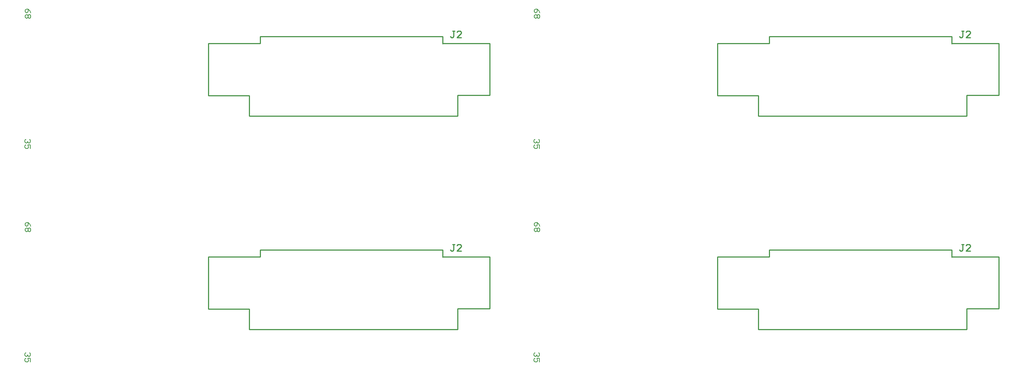
<source format=gto>
%FSLAX23Y23*%
%MOIN*%
G70*
G01*
G75*
G04 Layer_Color=65535*
%ADD10R,0.118X0.018*%
%ADD11C,0.010*%
%ADD12C,0.050*%
%ADD13R,0.050X0.050*%
%ADD14C,0.090*%
%ADD15C,0.024*%
%ADD16R,0.118X0.018*%
%ADD17C,0.008*%
D11*
X9726Y9462D02*
Y9583D01*
X10087D01*
X10194D01*
X10197Y9586D01*
Y9647D01*
X11863D01*
Y9580D02*
Y9647D01*
X12296Y9462D02*
Y9583D01*
X11866D02*
X12296D01*
X11863Y9580D02*
X11866Y9583D01*
X12296Y9110D02*
Y9462D01*
X12000Y9110D02*
X12296D01*
X12000Y8921D02*
Y9110D01*
X10099Y8921D02*
X12000D01*
X10099D02*
Y9107D01*
X9726D02*
X10099D01*
X9726Y9230D02*
Y9462D01*
Y9107D02*
Y9230D01*
X11974Y9697D02*
X11954D01*
X11964D01*
Y9647D01*
X11954Y9637D01*
X11944D01*
X11934Y9647D01*
X12034Y9637D02*
X11994D01*
X12034Y9677D01*
Y9687D01*
X12024Y9697D01*
X12004D01*
X11994Y9687D01*
X14376Y9462D02*
Y9583D01*
X14737D01*
X14844D01*
X14847Y9586D01*
Y9647D01*
X16513D01*
Y9580D02*
Y9647D01*
X16946Y9462D02*
Y9583D01*
X16516D02*
X16946D01*
X16513Y9580D02*
X16516Y9583D01*
X16946Y9110D02*
Y9462D01*
X16650Y9110D02*
X16946D01*
X16650Y8921D02*
Y9110D01*
X14749Y8921D02*
X16650D01*
X14749D02*
Y9107D01*
X14376D02*
X14749D01*
X14376Y9230D02*
Y9462D01*
Y9107D02*
Y9230D01*
X16624Y9697D02*
X16604D01*
X16614D01*
Y9647D01*
X16604Y9637D01*
X16594D01*
X16584Y9647D01*
X16684Y9637D02*
X16644D01*
X16684Y9677D01*
Y9687D01*
X16674Y9697D01*
X16654D01*
X16644Y9687D01*
X9726Y11412D02*
Y11533D01*
X10087D01*
X10194D01*
X10197Y11536D01*
Y11597D01*
X11863D01*
Y11530D02*
Y11597D01*
X12296Y11412D02*
Y11533D01*
X11866D02*
X12296D01*
X11863Y11530D02*
X11866Y11533D01*
X12296Y11060D02*
Y11412D01*
X12000Y11060D02*
X12296D01*
X12000Y10871D02*
Y11060D01*
X10099Y10871D02*
X12000D01*
X10099D02*
Y11057D01*
X9726D02*
X10099D01*
X9726Y11180D02*
Y11412D01*
Y11057D02*
Y11180D01*
X11974Y11647D02*
X11954D01*
X11964D01*
Y11597D01*
X11954Y11587D01*
X11944D01*
X11934Y11597D01*
X12034Y11587D02*
X11994D01*
X12034Y11627D01*
Y11637D01*
X12024Y11647D01*
X12004D01*
X11994Y11637D01*
X14376Y11412D02*
Y11533D01*
X14737D01*
X14844D01*
X14847Y11536D01*
Y11597D01*
X16513D01*
Y11530D02*
Y11597D01*
X16946Y11412D02*
Y11533D01*
X16516D02*
X16946D01*
X16513Y11530D02*
X16516Y11533D01*
X16946Y11060D02*
Y11412D01*
X16650Y11060D02*
X16946D01*
X16650Y10871D02*
Y11060D01*
X14749Y10871D02*
X16650D01*
X14749D02*
Y11057D01*
X14376D02*
X14749D01*
X14376Y11180D02*
Y11412D01*
Y11057D02*
Y11180D01*
X16624Y11647D02*
X16604D01*
X16614D01*
Y11597D01*
X16604Y11587D01*
X16594D01*
X16584Y11597D01*
X16684Y11587D02*
X16644D01*
X16684Y11627D01*
Y11637D01*
X16674Y11647D01*
X16654D01*
X16644Y11637D01*
D17*
X8102Y9864D02*
X8094Y9881D01*
X8077Y9898D01*
X8061D01*
X8052Y9889D01*
Y9873D01*
X8061Y9864D01*
X8069D01*
X8077Y9873D01*
Y9898D01*
X8094Y9848D02*
X8102Y9839D01*
Y9823D01*
X8094Y9814D01*
X8086D01*
X8077Y9823D01*
X8069Y9814D01*
X8061D01*
X8052Y9823D01*
Y9839D01*
X8061Y9848D01*
X8069D01*
X8077Y9839D01*
X8086Y9848D01*
X8094D01*
X8077Y9839D02*
Y9823D01*
X8090Y8709D02*
X8098Y8700D01*
Y8684D01*
X8090Y8675D01*
X8082D01*
X8073Y8684D01*
Y8692D01*
Y8684D01*
X8065Y8675D01*
X8057D01*
X8048Y8684D01*
Y8700D01*
X8057Y8709D01*
X8098Y8626D02*
Y8659D01*
X8073D01*
X8082Y8642D01*
Y8634D01*
X8073Y8626D01*
X8057D01*
X8048Y8634D01*
Y8651D01*
X8057Y8659D01*
X12752Y9864D02*
X12744Y9881D01*
X12727Y9898D01*
X12711D01*
X12702Y9889D01*
Y9873D01*
X12711Y9864D01*
X12719D01*
X12727Y9873D01*
Y9898D01*
X12744Y9848D02*
X12752Y9839D01*
Y9823D01*
X12744Y9814D01*
X12736D01*
X12727Y9823D01*
X12719Y9814D01*
X12711D01*
X12702Y9823D01*
Y9839D01*
X12711Y9848D01*
X12719D01*
X12727Y9839D01*
X12736Y9848D01*
X12744D01*
X12727Y9839D02*
Y9823D01*
X12740Y8709D02*
X12748Y8700D01*
Y8684D01*
X12740Y8675D01*
X12732D01*
X12723Y8684D01*
Y8692D01*
Y8684D01*
X12715Y8675D01*
X12707D01*
X12698Y8684D01*
Y8700D01*
X12707Y8709D01*
X12748Y8626D02*
Y8659D01*
X12723D01*
X12732Y8642D01*
Y8634D01*
X12723Y8626D01*
X12707D01*
X12698Y8634D01*
Y8651D01*
X12707Y8659D01*
X8102Y11814D02*
X8094Y11831D01*
X8077Y11848D01*
X8061D01*
X8052Y11839D01*
Y11823D01*
X8061Y11814D01*
X8069D01*
X8077Y11823D01*
Y11848D01*
X8094Y11798D02*
X8102Y11789D01*
Y11773D01*
X8094Y11764D01*
X8086D01*
X8077Y11773D01*
X8069Y11764D01*
X8061D01*
X8052Y11773D01*
Y11789D01*
X8061Y11798D01*
X8069D01*
X8077Y11789D01*
X8086Y11798D01*
X8094D01*
X8077Y11789D02*
Y11773D01*
X8090Y10659D02*
X8098Y10650D01*
Y10634D01*
X8090Y10625D01*
X8082D01*
X8073Y10634D01*
Y10642D01*
Y10634D01*
X8065Y10625D01*
X8057D01*
X8048Y10634D01*
Y10650D01*
X8057Y10659D01*
X8098Y10576D02*
Y10609D01*
X8073D01*
X8082Y10592D01*
Y10584D01*
X8073Y10576D01*
X8057D01*
X8048Y10584D01*
Y10601D01*
X8057Y10609D01*
X12752Y11814D02*
X12744Y11831D01*
X12727Y11848D01*
X12711D01*
X12702Y11839D01*
Y11823D01*
X12711Y11814D01*
X12719D01*
X12727Y11823D01*
Y11848D01*
X12744Y11798D02*
X12752Y11789D01*
Y11773D01*
X12744Y11764D01*
X12736D01*
X12727Y11773D01*
X12719Y11764D01*
X12711D01*
X12702Y11773D01*
Y11789D01*
X12711Y11798D01*
X12719D01*
X12727Y11789D01*
X12736Y11798D01*
X12744D01*
X12727Y11789D02*
Y11773D01*
X12740Y10659D02*
X12748Y10650D01*
Y10634D01*
X12740Y10625D01*
X12732D01*
X12723Y10634D01*
Y10642D01*
Y10634D01*
X12715Y10625D01*
X12707D01*
X12698Y10634D01*
Y10650D01*
X12707Y10659D01*
X12748Y10576D02*
Y10609D01*
X12723D01*
X12732Y10592D01*
Y10584D01*
X12723Y10576D01*
X12707D01*
X12698Y10584D01*
Y10601D01*
X12707Y10609D01*
M02*

</source>
